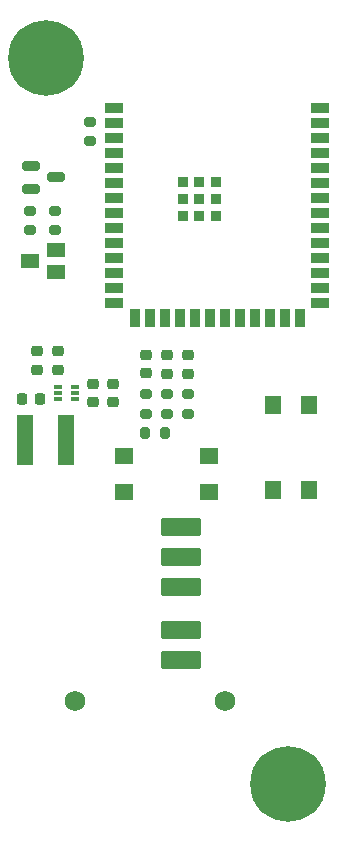
<source format=gts>
%TF.GenerationSoftware,KiCad,Pcbnew,7.0.7*%
%TF.CreationDate,2024-02-09T14:16:11-05:00*%
%TF.ProjectId,key-fob-pcb,6b65792d-666f-4622-9d70-63622e6b6963,rev?*%
%TF.SameCoordinates,Original*%
%TF.FileFunction,Soldermask,Top*%
%TF.FilePolarity,Negative*%
%FSLAX46Y46*%
G04 Gerber Fmt 4.6, Leading zero omitted, Abs format (unit mm)*
G04 Created by KiCad (PCBNEW 7.0.7) date 2024-02-09 14:16:11*
%MOMM*%
%LPD*%
G01*
G04 APERTURE LIST*
G04 Aperture macros list*
%AMRoundRect*
0 Rectangle with rounded corners*
0 $1 Rounding radius*
0 $2 $3 $4 $5 $6 $7 $8 $9 X,Y pos of 4 corners*
0 Add a 4 corners polygon primitive as box body*
4,1,4,$2,$3,$4,$5,$6,$7,$8,$9,$2,$3,0*
0 Add four circle primitives for the rounded corners*
1,1,$1+$1,$2,$3*
1,1,$1+$1,$4,$5*
1,1,$1+$1,$6,$7*
1,1,$1+$1,$8,$9*
0 Add four rect primitives between the rounded corners*
20,1,$1+$1,$2,$3,$4,$5,0*
20,1,$1+$1,$4,$5,$6,$7,0*
20,1,$1+$1,$6,$7,$8,$9,0*
20,1,$1+$1,$8,$9,$2,$3,0*%
G04 Aperture macros list end*
%ADD10RoundRect,0.102000X-1.590000X0.635000X-1.590000X-0.635000X1.590000X-0.635000X1.590000X0.635000X0*%
%ADD11RoundRect,0.225000X-0.250000X0.225000X-0.250000X-0.225000X0.250000X-0.225000X0.250000X0.225000X0*%
%ADD12RoundRect,0.225000X0.250000X-0.225000X0.250000X0.225000X-0.250000X0.225000X-0.250000X-0.225000X0*%
%ADD13RoundRect,0.225000X0.225000X0.250000X-0.225000X0.250000X-0.225000X-0.250000X0.225000X-0.250000X0*%
%ADD14C,1.734000*%
%ADD15C,3.600000*%
%ADD16C,6.400000*%
%ADD17R,0.900000X0.900000*%
%ADD18R,1.500000X0.900000*%
%ADD19R,0.900000X1.500000*%
%ADD20RoundRect,0.102000X0.700000X-0.500000X0.700000X0.500000X-0.700000X0.500000X-0.700000X-0.500000X0*%
%ADD21R,0.670001X0.299999*%
%ADD22R,1.400000X1.600000*%
%ADD23R,1.600000X1.400000*%
%ADD24RoundRect,0.200000X-0.275000X0.200000X-0.275000X-0.200000X0.275000X-0.200000X0.275000X0.200000X0*%
%ADD25RoundRect,0.200000X0.275000X-0.200000X0.275000X0.200000X-0.275000X0.200000X-0.275000X-0.200000X0*%
%ADD26RoundRect,0.200000X0.200000X0.275000X-0.200000X0.275000X-0.200000X-0.275000X0.200000X-0.275000X0*%
%ADD27RoundRect,0.190500X-0.561500X-0.206500X0.561500X-0.206500X0.561500X0.206500X-0.561500X0.206500X0*%
%ADD28R,1.447800X4.191000*%
%ADD29RoundRect,0.218750X0.256250X-0.218750X0.256250X0.218750X-0.256250X0.218750X-0.256250X-0.218750X0*%
G04 APERTURE END LIST*
D10*
%TO.C,J1*%
X154220000Y-139480000D03*
X154220000Y-142020000D03*
%TD*%
D11*
%TO.C,C3*%
X148450000Y-118625000D03*
X148450000Y-120175000D03*
%TD*%
D12*
%TO.C,R4*%
X142000000Y-117400000D03*
X142000000Y-115850000D03*
%TD*%
D11*
%TO.C,R3*%
X143750000Y-115850000D03*
X143750000Y-117400000D03*
%TD*%
%TO.C,C2*%
X146750000Y-120175000D03*
X146750000Y-118625000D03*
%TD*%
D13*
%TO.C,C1*%
X142275000Y-119900000D03*
X140725000Y-119900000D03*
%TD*%
D14*
%TO.C,BT1*%
X157950000Y-145500000D03*
X145250000Y-145500000D03*
%TD*%
D10*
%TO.C,J2*%
X154220000Y-130710000D03*
X154220000Y-133250000D03*
X154220000Y-135790000D03*
%TD*%
D15*
%TO.C,REF\u002A\u002A*%
X142750000Y-91000000D03*
D16*
X142750000Y-91000000D03*
%TD*%
D15*
%TO.C,REF\u002A\u002A*%
X163250000Y-152500000D03*
D16*
X163250000Y-152500000D03*
%TD*%
D17*
%TO.C,U4*%
X157150000Y-104360000D03*
X157150000Y-102960000D03*
X157150000Y-101560000D03*
X155750000Y-104360000D03*
X155750000Y-102960000D03*
X155750000Y-101560000D03*
X155750000Y-101560000D03*
X154350000Y-104360000D03*
X154350000Y-104360000D03*
X154350000Y-102960000D03*
X154350000Y-101560000D03*
D18*
X166000000Y-95240000D03*
X166000000Y-96510000D03*
X166000000Y-97780000D03*
X166000000Y-99050000D03*
X166000000Y-100320000D03*
X166000000Y-101590000D03*
X166000000Y-102860000D03*
X166000000Y-104130000D03*
X166000000Y-105400000D03*
X166000000Y-106670000D03*
X166000000Y-107940000D03*
X166000000Y-109210000D03*
X166000000Y-110480000D03*
X166000000Y-111750000D03*
D19*
X164235000Y-113000000D03*
X162965000Y-113000000D03*
X161695000Y-113000000D03*
X160425000Y-113000000D03*
X159155000Y-113000000D03*
X157885000Y-113000000D03*
X156615000Y-113000000D03*
X155345000Y-113000000D03*
X154075000Y-113000000D03*
X152805000Y-113000000D03*
X151535000Y-113000000D03*
X150265000Y-113000000D03*
D18*
X148500000Y-111750000D03*
X148500000Y-110480000D03*
X148500000Y-109210000D03*
X148500000Y-107940000D03*
X148500000Y-106670000D03*
X148500000Y-105400000D03*
X148500000Y-104130000D03*
X148500000Y-102860000D03*
X148500000Y-101590000D03*
X148500000Y-100320000D03*
X148500000Y-99050000D03*
X148500000Y-97780000D03*
X148500000Y-96510000D03*
X148500000Y-95240000D03*
%TD*%
D20*
%TO.C,U3*%
X141400000Y-108225000D03*
X143600000Y-107275000D03*
X143600000Y-109175000D03*
%TD*%
D21*
%TO.C,U2*%
X143750000Y-118899999D03*
X143750000Y-119399998D03*
X143750000Y-119900000D03*
X145230002Y-119900000D03*
X145230002Y-119399998D03*
X145230002Y-118899999D03*
%TD*%
D22*
%TO.C,SW2*%
X165000000Y-127600000D03*
X165000000Y-120400000D03*
X162000000Y-127600000D03*
X162000000Y-120400000D03*
%TD*%
D23*
%TO.C,SW1*%
X149400000Y-127750000D03*
X156600000Y-127750000D03*
X149400000Y-124750000D03*
X156600000Y-124750000D03*
%TD*%
D24*
%TO.C,R13*%
X143500000Y-105600000D03*
X143500000Y-103950000D03*
%TD*%
%TO.C,R12*%
X141450000Y-105600000D03*
X141450000Y-103950000D03*
%TD*%
D25*
%TO.C,R9*%
X154750000Y-119500000D03*
X154750000Y-121150000D03*
%TD*%
%TO.C,R8*%
X153000000Y-121150000D03*
X153000000Y-119500000D03*
%TD*%
%TO.C,R7*%
X151250000Y-119500000D03*
X151250000Y-121150000D03*
%TD*%
D24*
%TO.C,R2*%
X146500000Y-96425000D03*
X146500000Y-98075000D03*
%TD*%
D26*
%TO.C,R1*%
X151175000Y-122800000D03*
X152825000Y-122800000D03*
%TD*%
D27*
%TO.C,Q1*%
X143575000Y-101125000D03*
X141525000Y-102075000D03*
X141525000Y-100175000D03*
%TD*%
D28*
%TO.C,L1*%
X144477200Y-123400000D03*
X141022800Y-123400000D03*
%TD*%
D29*
%TO.C,D3*%
X154750000Y-116175000D03*
X154750000Y-117750000D03*
%TD*%
%TO.C,D2*%
X153000000Y-116175000D03*
X153000000Y-117750000D03*
%TD*%
%TO.C,D1*%
X151250000Y-116137500D03*
X151250000Y-117712500D03*
%TD*%
M02*

</source>
